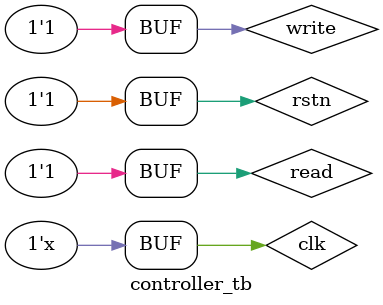
<source format=sv>
module controller (rstn, clk, read, write, write_trig, read_trig);
	
	input rstn, clk, read, write;
	output logic write_trig, read_trig;
	
	logic [1:0] current_state, next_state;
	
	parameter RESET = 2'b00; parameter IDLE = 2'b01; parameter WRITE = 2'b10; parameter READ = 2'b11;
	
	always_ff @ (posedge clk)
	begin
		if (!rstn)
			current_state <= IDLE;
		else 
			current_state <= next_state;
	end
	
	always_ff @ (posedge clk)
	begin
		case (current_state)
			RESET : begin
				write_trig = 1'b1;
				read_trig = 1'b1;
				if (!write)
					next_state <= WRITE;
				else
					next_state <= IDLE;
			end
			
			WRITE : begin
				write_trig <= 1'b0;
				read_trig <= 1'b1;
				if (!rstn)
					next_state <= RESET;
				else if (!read)
					next_state <= READ;
				else
					next_state <= WRITE;
			end
			
			READ : begin
				write_trig <= 1'b1;
				read_trig <= 1'b0;
				if (!rstn)
					next_state <= RESET;
				else if (!write)
					next_state <= WRITE;
				else
					next_state <= READ;
			end
			
			IDLE : begin
				write_trig <= 1'b1;
				read_trig <= 1'b1;
				if (!rstn)
					next_state <= RESET;
				else if (!write)
					next_state <= WRITE;
				else if (!read)
					next_state <= READ;
				else 
					next_state <= IDLE;
			end
		
		endcase
	end

endmodule

// ---- ---- ---- ---- //

`timescale 1ns/ 1ps

module controller_tb;
	
	logic rstn, clk, read, write;
	logic write_trig, read_trig;
	
	controller simulation(.rstn(rstn), .clk(clk), .read(read), .write(write), .write_trig(write_trig), .read_trig(read_trig));
	
	always #10 clk = ~clk;
	initial begin
		clk = 1'b0; rstn = 1'b0; read = 1'b1; write = 1'b1;
		#20 rstn = 1'b1;
		#10 write = 1'b0;
		#20 write = 1'b1;
		#10 read = 1'b0;
		#20 read = 1'b1;
	end
	
endmodule

</source>
